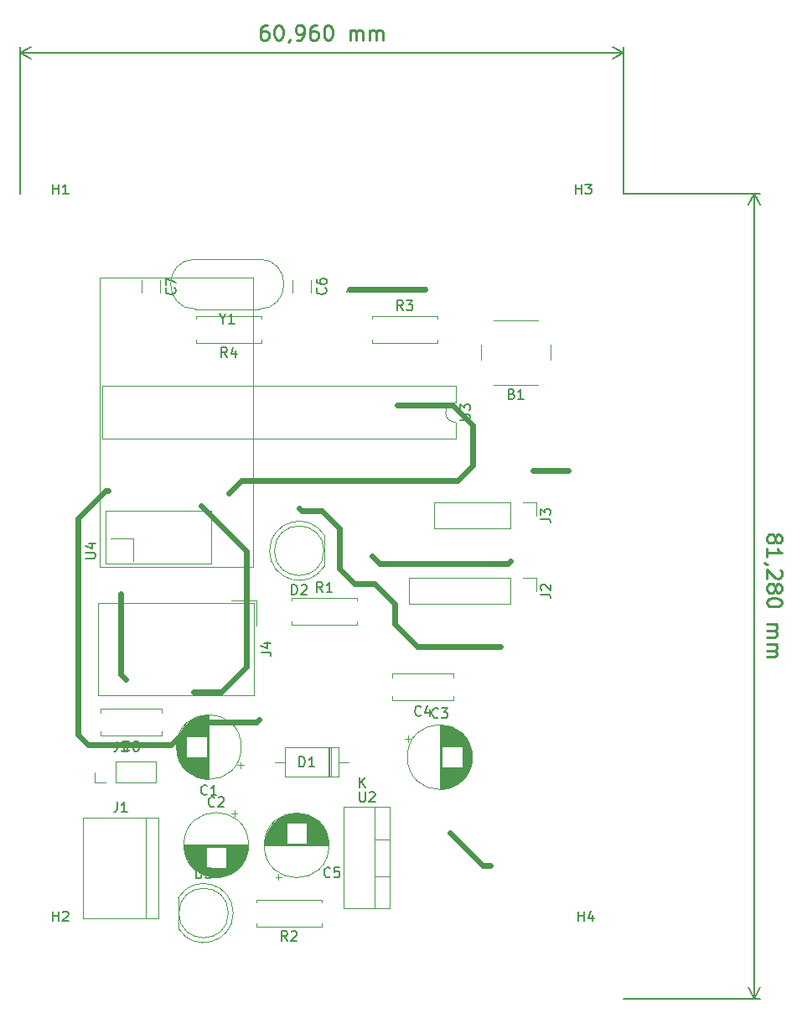
<source format=gbr>
G04 #@! TF.GenerationSoftware,KiCad,Pcbnew,(5.1.5)-3*
G04 #@! TF.CreationDate,2020-04-07T22:10:48+03:00*
G04 #@! TF.ProjectId,Nrf24 Based Car Controller,4e726632-3420-4426-9173-656420436172,v.1.0*
G04 #@! TF.SameCoordinates,Original*
G04 #@! TF.FileFunction,Legend,Top*
G04 #@! TF.FilePolarity,Positive*
%FSLAX46Y46*%
G04 Gerber Fmt 4.6, Leading zero omitted, Abs format (unit mm)*
G04 Created by KiCad (PCBNEW (5.1.5)-3) date 2020-04-07 22:10:48*
%MOMM*%
%LPD*%
G04 APERTURE LIST*
%ADD10C,0.600000*%
%ADD11C,0.200000*%
%ADD12C,0.250000*%
%ADD13C,0.120000*%
%ADD14C,0.150000*%
G04 APERTURE END LIST*
D10*
X147828000Y-85090000D02*
X148590000Y-85090000D01*
X144526000Y-81788000D02*
X147828000Y-85090000D01*
X123952000Y-53340000D02*
X119380000Y-48768000D01*
X123952000Y-65024000D02*
X123952000Y-53340000D01*
X121412000Y-67564000D02*
X123952000Y-65024000D01*
X118618000Y-67564000D02*
X121412000Y-67564000D01*
X111252000Y-65786000D02*
X111760000Y-66294000D01*
X111252000Y-57658000D02*
X111252000Y-65786000D01*
X109728000Y-47244000D02*
X109982000Y-47244000D01*
X106934000Y-50038000D02*
X109728000Y-47244000D01*
X106934000Y-71882000D02*
X106934000Y-50038000D01*
X107950000Y-72898000D02*
X106934000Y-71882000D01*
X116332000Y-72898000D02*
X107950000Y-72898000D01*
X118618000Y-70612000D02*
X116332000Y-72898000D01*
X124968000Y-70612000D02*
X118618000Y-70612000D01*
X125222000Y-70358000D02*
X124968000Y-70612000D01*
X141224000Y-62992000D02*
X149606000Y-62992000D01*
X138938000Y-60706000D02*
X141224000Y-62992000D01*
X138938000Y-58674000D02*
X138938000Y-60706000D01*
X136906000Y-56642000D02*
X138938000Y-58674000D01*
X134874000Y-56642000D02*
X136906000Y-56642000D01*
X133350000Y-55118000D02*
X134874000Y-56642000D01*
X133350000Y-51054000D02*
X133350000Y-55118000D01*
X131572000Y-49276000D02*
X133350000Y-51054000D01*
X131318000Y-49276000D02*
X131572000Y-49276000D01*
X129540000Y-49276000D02*
X131318000Y-49276000D01*
X129286000Y-49022000D02*
X129540000Y-49276000D01*
X137414000Y-54610000D02*
X136652000Y-53848000D01*
X150368000Y-54610000D02*
X137414000Y-54610000D01*
X150622000Y-54356000D02*
X150368000Y-54610000D01*
X152908000Y-45212000D02*
X156464000Y-45212000D01*
X123444000Y-46228000D02*
X122174000Y-47498000D01*
X145288000Y-46228000D02*
X123444000Y-46228000D01*
X146812000Y-44704000D02*
X145288000Y-46228000D01*
X146812000Y-40640000D02*
X146812000Y-44704000D01*
X144780000Y-38608000D02*
X146812000Y-40640000D01*
X139192000Y-38608000D02*
X144780000Y-38608000D01*
D11*
X141986000Y-26924000D02*
X142240000Y-26670000D01*
D10*
X134366000Y-26924000D02*
X141986000Y-26924000D01*
D11*
X134112000Y-27178000D02*
X134366000Y-26924000D01*
D12*
X177388571Y-51983428D02*
X177460000Y-51840571D01*
X177531428Y-51769142D01*
X177674285Y-51697714D01*
X177745714Y-51697714D01*
X177888571Y-51769142D01*
X177960000Y-51840571D01*
X178031428Y-51983428D01*
X178031428Y-52269142D01*
X177960000Y-52412000D01*
X177888571Y-52483428D01*
X177745714Y-52554857D01*
X177674285Y-52554857D01*
X177531428Y-52483428D01*
X177460000Y-52412000D01*
X177388571Y-52269142D01*
X177388571Y-51983428D01*
X177317142Y-51840571D01*
X177245714Y-51769142D01*
X177102857Y-51697714D01*
X176817142Y-51697714D01*
X176674285Y-51769142D01*
X176602857Y-51840571D01*
X176531428Y-51983428D01*
X176531428Y-52269142D01*
X176602857Y-52412000D01*
X176674285Y-52483428D01*
X176817142Y-52554857D01*
X177102857Y-52554857D01*
X177245714Y-52483428D01*
X177317142Y-52412000D01*
X177388571Y-52269142D01*
X176531428Y-53983428D02*
X176531428Y-53126285D01*
X176531428Y-53554857D02*
X178031428Y-53554857D01*
X177817142Y-53412000D01*
X177674285Y-53269142D01*
X177602857Y-53126285D01*
X176602857Y-54697714D02*
X176531428Y-54697714D01*
X176388571Y-54626285D01*
X176317142Y-54554857D01*
X177888571Y-55269142D02*
X177960000Y-55340571D01*
X178031428Y-55483428D01*
X178031428Y-55840571D01*
X177960000Y-55983428D01*
X177888571Y-56054857D01*
X177745714Y-56126285D01*
X177602857Y-56126285D01*
X177388571Y-56054857D01*
X176531428Y-55197714D01*
X176531428Y-56126285D01*
X177388571Y-56983428D02*
X177460000Y-56840571D01*
X177531428Y-56769142D01*
X177674285Y-56697714D01*
X177745714Y-56697714D01*
X177888571Y-56769142D01*
X177960000Y-56840571D01*
X178031428Y-56983428D01*
X178031428Y-57269142D01*
X177960000Y-57412000D01*
X177888571Y-57483428D01*
X177745714Y-57554857D01*
X177674285Y-57554857D01*
X177531428Y-57483428D01*
X177460000Y-57412000D01*
X177388571Y-57269142D01*
X177388571Y-56983428D01*
X177317142Y-56840571D01*
X177245714Y-56769142D01*
X177102857Y-56697714D01*
X176817142Y-56697714D01*
X176674285Y-56769142D01*
X176602857Y-56840571D01*
X176531428Y-56983428D01*
X176531428Y-57269142D01*
X176602857Y-57412000D01*
X176674285Y-57483428D01*
X176817142Y-57554857D01*
X177102857Y-57554857D01*
X177245714Y-57483428D01*
X177317142Y-57412000D01*
X177388571Y-57269142D01*
X178031428Y-58483428D02*
X178031428Y-58626285D01*
X177960000Y-58769142D01*
X177888571Y-58840571D01*
X177745714Y-58912000D01*
X177460000Y-58983428D01*
X177102857Y-58983428D01*
X176817142Y-58912000D01*
X176674285Y-58840571D01*
X176602857Y-58769142D01*
X176531428Y-58626285D01*
X176531428Y-58483428D01*
X176602857Y-58340571D01*
X176674285Y-58269142D01*
X176817142Y-58197714D01*
X177102857Y-58126285D01*
X177460000Y-58126285D01*
X177745714Y-58197714D01*
X177888571Y-58269142D01*
X177960000Y-58340571D01*
X178031428Y-58483428D01*
X176531428Y-60769142D02*
X177531428Y-60769142D01*
X177388571Y-60769142D02*
X177460000Y-60840571D01*
X177531428Y-60983428D01*
X177531428Y-61197714D01*
X177460000Y-61340571D01*
X177317142Y-61412000D01*
X176531428Y-61412000D01*
X177317142Y-61412000D02*
X177460000Y-61483428D01*
X177531428Y-61626285D01*
X177531428Y-61840571D01*
X177460000Y-61983428D01*
X177317142Y-62054857D01*
X176531428Y-62054857D01*
X176531428Y-62769142D02*
X177531428Y-62769142D01*
X177388571Y-62769142D02*
X177460000Y-62840571D01*
X177531428Y-62983428D01*
X177531428Y-63197714D01*
X177460000Y-63340571D01*
X177317142Y-63412000D01*
X176531428Y-63412000D01*
X177317142Y-63412000D02*
X177460000Y-63483428D01*
X177531428Y-63626285D01*
X177531428Y-63840571D01*
X177460000Y-63983428D01*
X177317142Y-64054857D01*
X176531428Y-64054857D01*
D11*
X175260000Y-17272000D02*
X175260000Y-98552000D01*
X162052000Y-17272000D02*
X175846421Y-17272000D01*
X162052000Y-98552000D02*
X175846421Y-98552000D01*
X175260000Y-98552000D02*
X174673579Y-97425496D01*
X175260000Y-98552000D02*
X175846421Y-97425496D01*
X175260000Y-17272000D02*
X174673579Y-18398504D01*
X175260000Y-17272000D02*
X175846421Y-18398504D01*
D12*
X126072000Y-276571D02*
X125786285Y-276571D01*
X125643428Y-348000D01*
X125572000Y-419428D01*
X125429142Y-633714D01*
X125357714Y-919428D01*
X125357714Y-1490857D01*
X125429142Y-1633714D01*
X125500571Y-1705142D01*
X125643428Y-1776571D01*
X125929142Y-1776571D01*
X126072000Y-1705142D01*
X126143428Y-1633714D01*
X126214857Y-1490857D01*
X126214857Y-1133714D01*
X126143428Y-990857D01*
X126072000Y-919428D01*
X125929142Y-848000D01*
X125643428Y-848000D01*
X125500571Y-919428D01*
X125429142Y-990857D01*
X125357714Y-1133714D01*
X127143428Y-276571D02*
X127286285Y-276571D01*
X127429142Y-348000D01*
X127500571Y-419428D01*
X127572000Y-562285D01*
X127643428Y-848000D01*
X127643428Y-1205142D01*
X127572000Y-1490857D01*
X127500571Y-1633714D01*
X127429142Y-1705142D01*
X127286285Y-1776571D01*
X127143428Y-1776571D01*
X127000571Y-1705142D01*
X126929142Y-1633714D01*
X126857714Y-1490857D01*
X126786285Y-1205142D01*
X126786285Y-848000D01*
X126857714Y-562285D01*
X126929142Y-419428D01*
X127000571Y-348000D01*
X127143428Y-276571D01*
X128357714Y-1705142D02*
X128357714Y-1776571D01*
X128286285Y-1919428D01*
X128214857Y-1990857D01*
X129072000Y-1776571D02*
X129357714Y-1776571D01*
X129500571Y-1705142D01*
X129572000Y-1633714D01*
X129714857Y-1419428D01*
X129786285Y-1133714D01*
X129786285Y-562285D01*
X129714857Y-419428D01*
X129643428Y-348000D01*
X129500571Y-276571D01*
X129214857Y-276571D01*
X129072000Y-348000D01*
X129000571Y-419428D01*
X128929142Y-562285D01*
X128929142Y-919428D01*
X129000571Y-1062285D01*
X129072000Y-1133714D01*
X129214857Y-1205142D01*
X129500571Y-1205142D01*
X129643428Y-1133714D01*
X129714857Y-1062285D01*
X129786285Y-919428D01*
X131072000Y-276571D02*
X130786285Y-276571D01*
X130643428Y-348000D01*
X130572000Y-419428D01*
X130429142Y-633714D01*
X130357714Y-919428D01*
X130357714Y-1490857D01*
X130429142Y-1633714D01*
X130500571Y-1705142D01*
X130643428Y-1776571D01*
X130929142Y-1776571D01*
X131072000Y-1705142D01*
X131143428Y-1633714D01*
X131214857Y-1490857D01*
X131214857Y-1133714D01*
X131143428Y-990857D01*
X131072000Y-919428D01*
X130929142Y-848000D01*
X130643428Y-848000D01*
X130500571Y-919428D01*
X130429142Y-990857D01*
X130357714Y-1133714D01*
X132143428Y-276571D02*
X132286285Y-276571D01*
X132429142Y-348000D01*
X132500571Y-419428D01*
X132572000Y-562285D01*
X132643428Y-848000D01*
X132643428Y-1205142D01*
X132572000Y-1490857D01*
X132500571Y-1633714D01*
X132429142Y-1705142D01*
X132286285Y-1776571D01*
X132143428Y-1776571D01*
X132000571Y-1705142D01*
X131929142Y-1633714D01*
X131857714Y-1490857D01*
X131786285Y-1205142D01*
X131786285Y-848000D01*
X131857714Y-562285D01*
X131929142Y-419428D01*
X132000571Y-348000D01*
X132143428Y-276571D01*
X134429142Y-1776571D02*
X134429142Y-776571D01*
X134429142Y-919428D02*
X134500571Y-848000D01*
X134643428Y-776571D01*
X134857714Y-776571D01*
X135000571Y-848000D01*
X135072000Y-990857D01*
X135072000Y-1776571D01*
X135072000Y-990857D02*
X135143428Y-848000D01*
X135286285Y-776571D01*
X135500571Y-776571D01*
X135643428Y-848000D01*
X135714857Y-990857D01*
X135714857Y-1776571D01*
X136429142Y-1776571D02*
X136429142Y-776571D01*
X136429142Y-919428D02*
X136500571Y-848000D01*
X136643428Y-776571D01*
X136857714Y-776571D01*
X137000571Y-848000D01*
X137072000Y-990857D01*
X137072000Y-1776571D01*
X137072000Y-990857D02*
X137143428Y-848000D01*
X137286285Y-776571D01*
X137500571Y-776571D01*
X137643428Y-848000D01*
X137714857Y-990857D01*
X137714857Y-1776571D01*
D11*
X101092000Y-3048000D02*
X162052000Y-3048000D01*
X101092000Y-17272000D02*
X101092000Y-2461579D01*
X162052000Y-17272000D02*
X162052000Y-2461579D01*
X162052000Y-3048000D02*
X160925496Y-3634421D01*
X162052000Y-3048000D02*
X160925496Y-2461579D01*
X101092000Y-3048000D02*
X102218504Y-3634421D01*
X101092000Y-3048000D02*
X102218504Y-2461579D01*
D13*
X108668000Y-76752000D02*
X108668000Y-75692000D01*
X109728000Y-76752000D02*
X108668000Y-76752000D01*
X110728000Y-76752000D02*
X110728000Y-74632000D01*
X110728000Y-74632000D02*
X114788000Y-74632000D01*
X110728000Y-76752000D02*
X114788000Y-76752000D01*
X114788000Y-76752000D02*
X114788000Y-74632000D01*
X153432000Y-30060000D02*
X148932000Y-30060000D01*
X154682000Y-34060000D02*
X154682000Y-32560000D01*
X148932000Y-36560000D02*
X153432000Y-36560000D01*
X147682000Y-32560000D02*
X147682000Y-34060000D01*
X123347241Y-75306000D02*
X123347241Y-74676000D01*
X123662241Y-74991000D02*
X123032241Y-74991000D01*
X116921000Y-73554000D02*
X116921000Y-72750000D01*
X116961000Y-73785000D02*
X116961000Y-72519000D01*
X117001000Y-73954000D02*
X117001000Y-72350000D01*
X117041000Y-74092000D02*
X117041000Y-72212000D01*
X117081000Y-74211000D02*
X117081000Y-72093000D01*
X117121000Y-74317000D02*
X117121000Y-71987000D01*
X117161000Y-74414000D02*
X117161000Y-71890000D01*
X117201000Y-74502000D02*
X117201000Y-71802000D01*
X117241000Y-74584000D02*
X117241000Y-71720000D01*
X117281000Y-74661000D02*
X117281000Y-71643000D01*
X117321000Y-74733000D02*
X117321000Y-71571000D01*
X117361000Y-74802000D02*
X117361000Y-71502000D01*
X117401000Y-74866000D02*
X117401000Y-71438000D01*
X117441000Y-74928000D02*
X117441000Y-71376000D01*
X117481000Y-74986000D02*
X117481000Y-71318000D01*
X117521000Y-75042000D02*
X117521000Y-71262000D01*
X117561000Y-75096000D02*
X117561000Y-71208000D01*
X117601000Y-75147000D02*
X117601000Y-71157000D01*
X117641000Y-75196000D02*
X117641000Y-71108000D01*
X117681000Y-75244000D02*
X117681000Y-71060000D01*
X117721000Y-75289000D02*
X117721000Y-71015000D01*
X117761000Y-75334000D02*
X117761000Y-70970000D01*
X117801000Y-75376000D02*
X117801000Y-70928000D01*
X117841000Y-75417000D02*
X117841000Y-70887000D01*
X117881000Y-72112000D02*
X117881000Y-70847000D01*
X117881000Y-75457000D02*
X117881000Y-74192000D01*
X117921000Y-72112000D02*
X117921000Y-70809000D01*
X117921000Y-75495000D02*
X117921000Y-74192000D01*
X117961000Y-72112000D02*
X117961000Y-70772000D01*
X117961000Y-75532000D02*
X117961000Y-74192000D01*
X118001000Y-72112000D02*
X118001000Y-70736000D01*
X118001000Y-75568000D02*
X118001000Y-74192000D01*
X118041000Y-72112000D02*
X118041000Y-70702000D01*
X118041000Y-75602000D02*
X118041000Y-74192000D01*
X118081000Y-72112000D02*
X118081000Y-70668000D01*
X118081000Y-75636000D02*
X118081000Y-74192000D01*
X118121000Y-72112000D02*
X118121000Y-70636000D01*
X118121000Y-75668000D02*
X118121000Y-74192000D01*
X118161000Y-72112000D02*
X118161000Y-70604000D01*
X118161000Y-75700000D02*
X118161000Y-74192000D01*
X118201000Y-72112000D02*
X118201000Y-70574000D01*
X118201000Y-75730000D02*
X118201000Y-74192000D01*
X118241000Y-72112000D02*
X118241000Y-70545000D01*
X118241000Y-75759000D02*
X118241000Y-74192000D01*
X118281000Y-72112000D02*
X118281000Y-70516000D01*
X118281000Y-75788000D02*
X118281000Y-74192000D01*
X118321000Y-72112000D02*
X118321000Y-70488000D01*
X118321000Y-75816000D02*
X118321000Y-74192000D01*
X118361000Y-72112000D02*
X118361000Y-70462000D01*
X118361000Y-75842000D02*
X118361000Y-74192000D01*
X118401000Y-72112000D02*
X118401000Y-70436000D01*
X118401000Y-75868000D02*
X118401000Y-74192000D01*
X118441000Y-72112000D02*
X118441000Y-70410000D01*
X118441000Y-75894000D02*
X118441000Y-74192000D01*
X118481000Y-72112000D02*
X118481000Y-70386000D01*
X118481000Y-75918000D02*
X118481000Y-74192000D01*
X118521000Y-72112000D02*
X118521000Y-70362000D01*
X118521000Y-75942000D02*
X118521000Y-74192000D01*
X118561000Y-72112000D02*
X118561000Y-70340000D01*
X118561000Y-75964000D02*
X118561000Y-74192000D01*
X118601000Y-72112000D02*
X118601000Y-70318000D01*
X118601000Y-75986000D02*
X118601000Y-74192000D01*
X118641000Y-72112000D02*
X118641000Y-70296000D01*
X118641000Y-76008000D02*
X118641000Y-74192000D01*
X118681000Y-72112000D02*
X118681000Y-70276000D01*
X118681000Y-76028000D02*
X118681000Y-74192000D01*
X118721000Y-72112000D02*
X118721000Y-70256000D01*
X118721000Y-76048000D02*
X118721000Y-74192000D01*
X118761000Y-72112000D02*
X118761000Y-70236000D01*
X118761000Y-76068000D02*
X118761000Y-74192000D01*
X118801000Y-72112000D02*
X118801000Y-70218000D01*
X118801000Y-76086000D02*
X118801000Y-74192000D01*
X118841000Y-72112000D02*
X118841000Y-70200000D01*
X118841000Y-76104000D02*
X118841000Y-74192000D01*
X118881000Y-72112000D02*
X118881000Y-70182000D01*
X118881000Y-76122000D02*
X118881000Y-74192000D01*
X118921000Y-72112000D02*
X118921000Y-70166000D01*
X118921000Y-76138000D02*
X118921000Y-74192000D01*
X118961000Y-72112000D02*
X118961000Y-70150000D01*
X118961000Y-76154000D02*
X118961000Y-74192000D01*
X119001000Y-72112000D02*
X119001000Y-70134000D01*
X119001000Y-76170000D02*
X119001000Y-74192000D01*
X119041000Y-72112000D02*
X119041000Y-70119000D01*
X119041000Y-76185000D02*
X119041000Y-74192000D01*
X119081000Y-72112000D02*
X119081000Y-70105000D01*
X119081000Y-76199000D02*
X119081000Y-74192000D01*
X119121000Y-72112000D02*
X119121000Y-70091000D01*
X119121000Y-76213000D02*
X119121000Y-74192000D01*
X119161000Y-72112000D02*
X119161000Y-70078000D01*
X119161000Y-76226000D02*
X119161000Y-74192000D01*
X119201000Y-72112000D02*
X119201000Y-70066000D01*
X119201000Y-76238000D02*
X119201000Y-74192000D01*
X119241000Y-72112000D02*
X119241000Y-70054000D01*
X119241000Y-76250000D02*
X119241000Y-74192000D01*
X119281000Y-72112000D02*
X119281000Y-70042000D01*
X119281000Y-76262000D02*
X119281000Y-74192000D01*
X119321000Y-72112000D02*
X119321000Y-70031000D01*
X119321000Y-76273000D02*
X119321000Y-74192000D01*
X119361000Y-72112000D02*
X119361000Y-70021000D01*
X119361000Y-76283000D02*
X119361000Y-74192000D01*
X119401000Y-72112000D02*
X119401000Y-70011000D01*
X119401000Y-76293000D02*
X119401000Y-74192000D01*
X119441000Y-72112000D02*
X119441000Y-70002000D01*
X119441000Y-76302000D02*
X119441000Y-74192000D01*
X119482000Y-72112000D02*
X119482000Y-69993000D01*
X119482000Y-76311000D02*
X119482000Y-74192000D01*
X119522000Y-72112000D02*
X119522000Y-69985000D01*
X119522000Y-76319000D02*
X119522000Y-74192000D01*
X119562000Y-72112000D02*
X119562000Y-69977000D01*
X119562000Y-76327000D02*
X119562000Y-74192000D01*
X119602000Y-72112000D02*
X119602000Y-69970000D01*
X119602000Y-76334000D02*
X119602000Y-74192000D01*
X119642000Y-72112000D02*
X119642000Y-69963000D01*
X119642000Y-76341000D02*
X119642000Y-74192000D01*
X119682000Y-72112000D02*
X119682000Y-69957000D01*
X119682000Y-76347000D02*
X119682000Y-74192000D01*
X119722000Y-72112000D02*
X119722000Y-69951000D01*
X119722000Y-76353000D02*
X119722000Y-74192000D01*
X119762000Y-72112000D02*
X119762000Y-69946000D01*
X119762000Y-76358000D02*
X119762000Y-74192000D01*
X119802000Y-72112000D02*
X119802000Y-69941000D01*
X119802000Y-76363000D02*
X119802000Y-74192000D01*
X119842000Y-72112000D02*
X119842000Y-69937000D01*
X119842000Y-76367000D02*
X119842000Y-74192000D01*
X119882000Y-72112000D02*
X119882000Y-69934000D01*
X119882000Y-76370000D02*
X119882000Y-74192000D01*
X119922000Y-72112000D02*
X119922000Y-69930000D01*
X119922000Y-76374000D02*
X119922000Y-74192000D01*
X119962000Y-76376000D02*
X119962000Y-69928000D01*
X120002000Y-76379000D02*
X120002000Y-69925000D01*
X120042000Y-76380000D02*
X120042000Y-69924000D01*
X120082000Y-76382000D02*
X120082000Y-69922000D01*
X120122000Y-76382000D02*
X120122000Y-69922000D01*
X120162000Y-76382000D02*
X120162000Y-69922000D01*
X123432000Y-73152000D02*
G75*
G03X123432000Y-73152000I-3270000J0D01*
G01*
X124174000Y-83038000D02*
G75*
G03X124174000Y-83038000I-3270000J0D01*
G01*
X124134000Y-83038000D02*
X117674000Y-83038000D01*
X124134000Y-83078000D02*
X117674000Y-83078000D01*
X124134000Y-83118000D02*
X117674000Y-83118000D01*
X124132000Y-83158000D02*
X117676000Y-83158000D01*
X124131000Y-83198000D02*
X117677000Y-83198000D01*
X124128000Y-83238000D02*
X117680000Y-83238000D01*
X124126000Y-83278000D02*
X121944000Y-83278000D01*
X119864000Y-83278000D02*
X117682000Y-83278000D01*
X124122000Y-83318000D02*
X121944000Y-83318000D01*
X119864000Y-83318000D02*
X117686000Y-83318000D01*
X124119000Y-83358000D02*
X121944000Y-83358000D01*
X119864000Y-83358000D02*
X117689000Y-83358000D01*
X124115000Y-83398000D02*
X121944000Y-83398000D01*
X119864000Y-83398000D02*
X117693000Y-83398000D01*
X124110000Y-83438000D02*
X121944000Y-83438000D01*
X119864000Y-83438000D02*
X117698000Y-83438000D01*
X124105000Y-83478000D02*
X121944000Y-83478000D01*
X119864000Y-83478000D02*
X117703000Y-83478000D01*
X124099000Y-83518000D02*
X121944000Y-83518000D01*
X119864000Y-83518000D02*
X117709000Y-83518000D01*
X124093000Y-83558000D02*
X121944000Y-83558000D01*
X119864000Y-83558000D02*
X117715000Y-83558000D01*
X124086000Y-83598000D02*
X121944000Y-83598000D01*
X119864000Y-83598000D02*
X117722000Y-83598000D01*
X124079000Y-83638000D02*
X121944000Y-83638000D01*
X119864000Y-83638000D02*
X117729000Y-83638000D01*
X124071000Y-83678000D02*
X121944000Y-83678000D01*
X119864000Y-83678000D02*
X117737000Y-83678000D01*
X124063000Y-83718000D02*
X121944000Y-83718000D01*
X119864000Y-83718000D02*
X117745000Y-83718000D01*
X124054000Y-83759000D02*
X121944000Y-83759000D01*
X119864000Y-83759000D02*
X117754000Y-83759000D01*
X124045000Y-83799000D02*
X121944000Y-83799000D01*
X119864000Y-83799000D02*
X117763000Y-83799000D01*
X124035000Y-83839000D02*
X121944000Y-83839000D01*
X119864000Y-83839000D02*
X117773000Y-83839000D01*
X124025000Y-83879000D02*
X121944000Y-83879000D01*
X119864000Y-83879000D02*
X117783000Y-83879000D01*
X124014000Y-83919000D02*
X121944000Y-83919000D01*
X119864000Y-83919000D02*
X117794000Y-83919000D01*
X124002000Y-83959000D02*
X121944000Y-83959000D01*
X119864000Y-83959000D02*
X117806000Y-83959000D01*
X123990000Y-83999000D02*
X121944000Y-83999000D01*
X119864000Y-83999000D02*
X117818000Y-83999000D01*
X123978000Y-84039000D02*
X121944000Y-84039000D01*
X119864000Y-84039000D02*
X117830000Y-84039000D01*
X123965000Y-84079000D02*
X121944000Y-84079000D01*
X119864000Y-84079000D02*
X117843000Y-84079000D01*
X123951000Y-84119000D02*
X121944000Y-84119000D01*
X119864000Y-84119000D02*
X117857000Y-84119000D01*
X123937000Y-84159000D02*
X121944000Y-84159000D01*
X119864000Y-84159000D02*
X117871000Y-84159000D01*
X123922000Y-84199000D02*
X121944000Y-84199000D01*
X119864000Y-84199000D02*
X117886000Y-84199000D01*
X123906000Y-84239000D02*
X121944000Y-84239000D01*
X119864000Y-84239000D02*
X117902000Y-84239000D01*
X123890000Y-84279000D02*
X121944000Y-84279000D01*
X119864000Y-84279000D02*
X117918000Y-84279000D01*
X123874000Y-84319000D02*
X121944000Y-84319000D01*
X119864000Y-84319000D02*
X117934000Y-84319000D01*
X123856000Y-84359000D02*
X121944000Y-84359000D01*
X119864000Y-84359000D02*
X117952000Y-84359000D01*
X123838000Y-84399000D02*
X121944000Y-84399000D01*
X119864000Y-84399000D02*
X117970000Y-84399000D01*
X123820000Y-84439000D02*
X121944000Y-84439000D01*
X119864000Y-84439000D02*
X117988000Y-84439000D01*
X123800000Y-84479000D02*
X121944000Y-84479000D01*
X119864000Y-84479000D02*
X118008000Y-84479000D01*
X123780000Y-84519000D02*
X121944000Y-84519000D01*
X119864000Y-84519000D02*
X118028000Y-84519000D01*
X123760000Y-84559000D02*
X121944000Y-84559000D01*
X119864000Y-84559000D02*
X118048000Y-84559000D01*
X123738000Y-84599000D02*
X121944000Y-84599000D01*
X119864000Y-84599000D02*
X118070000Y-84599000D01*
X123716000Y-84639000D02*
X121944000Y-84639000D01*
X119864000Y-84639000D02*
X118092000Y-84639000D01*
X123694000Y-84679000D02*
X121944000Y-84679000D01*
X119864000Y-84679000D02*
X118114000Y-84679000D01*
X123670000Y-84719000D02*
X121944000Y-84719000D01*
X119864000Y-84719000D02*
X118138000Y-84719000D01*
X123646000Y-84759000D02*
X121944000Y-84759000D01*
X119864000Y-84759000D02*
X118162000Y-84759000D01*
X123620000Y-84799000D02*
X121944000Y-84799000D01*
X119864000Y-84799000D02*
X118188000Y-84799000D01*
X123594000Y-84839000D02*
X121944000Y-84839000D01*
X119864000Y-84839000D02*
X118214000Y-84839000D01*
X123568000Y-84879000D02*
X121944000Y-84879000D01*
X119864000Y-84879000D02*
X118240000Y-84879000D01*
X123540000Y-84919000D02*
X121944000Y-84919000D01*
X119864000Y-84919000D02*
X118268000Y-84919000D01*
X123511000Y-84959000D02*
X121944000Y-84959000D01*
X119864000Y-84959000D02*
X118297000Y-84959000D01*
X123482000Y-84999000D02*
X121944000Y-84999000D01*
X119864000Y-84999000D02*
X118326000Y-84999000D01*
X123452000Y-85039000D02*
X121944000Y-85039000D01*
X119864000Y-85039000D02*
X118356000Y-85039000D01*
X123420000Y-85079000D02*
X121944000Y-85079000D01*
X119864000Y-85079000D02*
X118388000Y-85079000D01*
X123388000Y-85119000D02*
X121944000Y-85119000D01*
X119864000Y-85119000D02*
X118420000Y-85119000D01*
X123354000Y-85159000D02*
X121944000Y-85159000D01*
X119864000Y-85159000D02*
X118454000Y-85159000D01*
X123320000Y-85199000D02*
X121944000Y-85199000D01*
X119864000Y-85199000D02*
X118488000Y-85199000D01*
X123284000Y-85239000D02*
X121944000Y-85239000D01*
X119864000Y-85239000D02*
X118524000Y-85239000D01*
X123247000Y-85279000D02*
X121944000Y-85279000D01*
X119864000Y-85279000D02*
X118561000Y-85279000D01*
X123209000Y-85319000D02*
X121944000Y-85319000D01*
X119864000Y-85319000D02*
X118599000Y-85319000D01*
X123169000Y-85359000D02*
X118639000Y-85359000D01*
X123128000Y-85399000D02*
X118680000Y-85399000D01*
X123086000Y-85439000D02*
X118722000Y-85439000D01*
X123041000Y-85479000D02*
X118767000Y-85479000D01*
X122996000Y-85519000D02*
X118812000Y-85519000D01*
X122948000Y-85559000D02*
X118860000Y-85559000D01*
X122899000Y-85599000D02*
X118909000Y-85599000D01*
X122848000Y-85639000D02*
X118960000Y-85639000D01*
X122794000Y-85679000D02*
X119014000Y-85679000D01*
X122738000Y-85719000D02*
X119070000Y-85719000D01*
X122680000Y-85759000D02*
X119128000Y-85759000D01*
X122618000Y-85799000D02*
X119190000Y-85799000D01*
X122554000Y-85839000D02*
X119254000Y-85839000D01*
X122485000Y-85879000D02*
X119323000Y-85879000D01*
X122413000Y-85919000D02*
X119395000Y-85919000D01*
X122336000Y-85959000D02*
X119472000Y-85959000D01*
X122254000Y-85999000D02*
X119554000Y-85999000D01*
X122166000Y-86039000D02*
X119642000Y-86039000D01*
X122069000Y-86079000D02*
X119739000Y-86079000D01*
X121963000Y-86119000D02*
X119845000Y-86119000D01*
X121844000Y-86159000D02*
X119964000Y-86159000D01*
X121706000Y-86199000D02*
X120102000Y-86199000D01*
X121537000Y-86239000D02*
X120271000Y-86239000D01*
X121306000Y-86279000D02*
X120502000Y-86279000D01*
X122743000Y-79537759D02*
X122743000Y-80167759D01*
X123058000Y-79852759D02*
X122428000Y-79852759D01*
X140304759Y-72014000D02*
X140304759Y-72644000D01*
X139989759Y-72329000D02*
X140619759Y-72329000D01*
X146731000Y-73766000D02*
X146731000Y-74570000D01*
X146691000Y-73535000D02*
X146691000Y-74801000D01*
X146651000Y-73366000D02*
X146651000Y-74970000D01*
X146611000Y-73228000D02*
X146611000Y-75108000D01*
X146571000Y-73109000D02*
X146571000Y-75227000D01*
X146531000Y-73003000D02*
X146531000Y-75333000D01*
X146491000Y-72906000D02*
X146491000Y-75430000D01*
X146451000Y-72818000D02*
X146451000Y-75518000D01*
X146411000Y-72736000D02*
X146411000Y-75600000D01*
X146371000Y-72659000D02*
X146371000Y-75677000D01*
X146331000Y-72587000D02*
X146331000Y-75749000D01*
X146291000Y-72518000D02*
X146291000Y-75818000D01*
X146251000Y-72454000D02*
X146251000Y-75882000D01*
X146211000Y-72392000D02*
X146211000Y-75944000D01*
X146171000Y-72334000D02*
X146171000Y-76002000D01*
X146131000Y-72278000D02*
X146131000Y-76058000D01*
X146091000Y-72224000D02*
X146091000Y-76112000D01*
X146051000Y-72173000D02*
X146051000Y-76163000D01*
X146011000Y-72124000D02*
X146011000Y-76212000D01*
X145971000Y-72076000D02*
X145971000Y-76260000D01*
X145931000Y-72031000D02*
X145931000Y-76305000D01*
X145891000Y-71986000D02*
X145891000Y-76350000D01*
X145851000Y-71944000D02*
X145851000Y-76392000D01*
X145811000Y-71903000D02*
X145811000Y-76433000D01*
X145771000Y-75208000D02*
X145771000Y-76473000D01*
X145771000Y-71863000D02*
X145771000Y-73128000D01*
X145731000Y-75208000D02*
X145731000Y-76511000D01*
X145731000Y-71825000D02*
X145731000Y-73128000D01*
X145691000Y-75208000D02*
X145691000Y-76548000D01*
X145691000Y-71788000D02*
X145691000Y-73128000D01*
X145651000Y-75208000D02*
X145651000Y-76584000D01*
X145651000Y-71752000D02*
X145651000Y-73128000D01*
X145611000Y-75208000D02*
X145611000Y-76618000D01*
X145611000Y-71718000D02*
X145611000Y-73128000D01*
X145571000Y-75208000D02*
X145571000Y-76652000D01*
X145571000Y-71684000D02*
X145571000Y-73128000D01*
X145531000Y-75208000D02*
X145531000Y-76684000D01*
X145531000Y-71652000D02*
X145531000Y-73128000D01*
X145491000Y-75208000D02*
X145491000Y-76716000D01*
X145491000Y-71620000D02*
X145491000Y-73128000D01*
X145451000Y-75208000D02*
X145451000Y-76746000D01*
X145451000Y-71590000D02*
X145451000Y-73128000D01*
X145411000Y-75208000D02*
X145411000Y-76775000D01*
X145411000Y-71561000D02*
X145411000Y-73128000D01*
X145371000Y-75208000D02*
X145371000Y-76804000D01*
X145371000Y-71532000D02*
X145371000Y-73128000D01*
X145331000Y-75208000D02*
X145331000Y-76832000D01*
X145331000Y-71504000D02*
X145331000Y-73128000D01*
X145291000Y-75208000D02*
X145291000Y-76858000D01*
X145291000Y-71478000D02*
X145291000Y-73128000D01*
X145251000Y-75208000D02*
X145251000Y-76884000D01*
X145251000Y-71452000D02*
X145251000Y-73128000D01*
X145211000Y-75208000D02*
X145211000Y-76910000D01*
X145211000Y-71426000D02*
X145211000Y-73128000D01*
X145171000Y-75208000D02*
X145171000Y-76934000D01*
X145171000Y-71402000D02*
X145171000Y-73128000D01*
X145131000Y-75208000D02*
X145131000Y-76958000D01*
X145131000Y-71378000D02*
X145131000Y-73128000D01*
X145091000Y-75208000D02*
X145091000Y-76980000D01*
X145091000Y-71356000D02*
X145091000Y-73128000D01*
X145051000Y-75208000D02*
X145051000Y-77002000D01*
X145051000Y-71334000D02*
X145051000Y-73128000D01*
X145011000Y-75208000D02*
X145011000Y-77024000D01*
X145011000Y-71312000D02*
X145011000Y-73128000D01*
X144971000Y-75208000D02*
X144971000Y-77044000D01*
X144971000Y-71292000D02*
X144971000Y-73128000D01*
X144931000Y-75208000D02*
X144931000Y-77064000D01*
X144931000Y-71272000D02*
X144931000Y-73128000D01*
X144891000Y-75208000D02*
X144891000Y-77084000D01*
X144891000Y-71252000D02*
X144891000Y-73128000D01*
X144851000Y-75208000D02*
X144851000Y-77102000D01*
X144851000Y-71234000D02*
X144851000Y-73128000D01*
X144811000Y-75208000D02*
X144811000Y-77120000D01*
X144811000Y-71216000D02*
X144811000Y-73128000D01*
X144771000Y-75208000D02*
X144771000Y-77138000D01*
X144771000Y-71198000D02*
X144771000Y-73128000D01*
X144731000Y-75208000D02*
X144731000Y-77154000D01*
X144731000Y-71182000D02*
X144731000Y-73128000D01*
X144691000Y-75208000D02*
X144691000Y-77170000D01*
X144691000Y-71166000D02*
X144691000Y-73128000D01*
X144651000Y-75208000D02*
X144651000Y-77186000D01*
X144651000Y-71150000D02*
X144651000Y-73128000D01*
X144611000Y-75208000D02*
X144611000Y-77201000D01*
X144611000Y-71135000D02*
X144611000Y-73128000D01*
X144571000Y-75208000D02*
X144571000Y-77215000D01*
X144571000Y-71121000D02*
X144571000Y-73128000D01*
X144531000Y-75208000D02*
X144531000Y-77229000D01*
X144531000Y-71107000D02*
X144531000Y-73128000D01*
X144491000Y-75208000D02*
X144491000Y-77242000D01*
X144491000Y-71094000D02*
X144491000Y-73128000D01*
X144451000Y-75208000D02*
X144451000Y-77254000D01*
X144451000Y-71082000D02*
X144451000Y-73128000D01*
X144411000Y-75208000D02*
X144411000Y-77266000D01*
X144411000Y-71070000D02*
X144411000Y-73128000D01*
X144371000Y-75208000D02*
X144371000Y-77278000D01*
X144371000Y-71058000D02*
X144371000Y-73128000D01*
X144331000Y-75208000D02*
X144331000Y-77289000D01*
X144331000Y-71047000D02*
X144331000Y-73128000D01*
X144291000Y-75208000D02*
X144291000Y-77299000D01*
X144291000Y-71037000D02*
X144291000Y-73128000D01*
X144251000Y-75208000D02*
X144251000Y-77309000D01*
X144251000Y-71027000D02*
X144251000Y-73128000D01*
X144211000Y-75208000D02*
X144211000Y-77318000D01*
X144211000Y-71018000D02*
X144211000Y-73128000D01*
X144170000Y-75208000D02*
X144170000Y-77327000D01*
X144170000Y-71009000D02*
X144170000Y-73128000D01*
X144130000Y-75208000D02*
X144130000Y-77335000D01*
X144130000Y-71001000D02*
X144130000Y-73128000D01*
X144090000Y-75208000D02*
X144090000Y-77343000D01*
X144090000Y-70993000D02*
X144090000Y-73128000D01*
X144050000Y-75208000D02*
X144050000Y-77350000D01*
X144050000Y-70986000D02*
X144050000Y-73128000D01*
X144010000Y-75208000D02*
X144010000Y-77357000D01*
X144010000Y-70979000D02*
X144010000Y-73128000D01*
X143970000Y-75208000D02*
X143970000Y-77363000D01*
X143970000Y-70973000D02*
X143970000Y-73128000D01*
X143930000Y-75208000D02*
X143930000Y-77369000D01*
X143930000Y-70967000D02*
X143930000Y-73128000D01*
X143890000Y-75208000D02*
X143890000Y-77374000D01*
X143890000Y-70962000D02*
X143890000Y-73128000D01*
X143850000Y-75208000D02*
X143850000Y-77379000D01*
X143850000Y-70957000D02*
X143850000Y-73128000D01*
X143810000Y-75208000D02*
X143810000Y-77383000D01*
X143810000Y-70953000D02*
X143810000Y-73128000D01*
X143770000Y-75208000D02*
X143770000Y-77386000D01*
X143770000Y-70950000D02*
X143770000Y-73128000D01*
X143730000Y-75208000D02*
X143730000Y-77390000D01*
X143730000Y-70946000D02*
X143730000Y-73128000D01*
X143690000Y-70944000D02*
X143690000Y-77392000D01*
X143650000Y-70941000D02*
X143650000Y-77395000D01*
X143610000Y-70940000D02*
X143610000Y-77396000D01*
X143570000Y-70938000D02*
X143570000Y-77398000D01*
X143530000Y-70938000D02*
X143530000Y-77398000D01*
X143490000Y-70938000D02*
X143490000Y-77398000D01*
X146760000Y-74168000D02*
G75*
G03X146760000Y-74168000I-3270000J0D01*
G01*
X144892000Y-68426000D02*
X138652000Y-68426000D01*
X144892000Y-65686000D02*
X138652000Y-65686000D01*
X144892000Y-68426000D02*
X144892000Y-67981000D01*
X144892000Y-66131000D02*
X144892000Y-65686000D01*
X138652000Y-68426000D02*
X138652000Y-67981000D01*
X138652000Y-66131000D02*
X138652000Y-65686000D01*
X132302000Y-83078000D02*
G75*
G03X132302000Y-83078000I-3270000J0D01*
G01*
X125802000Y-83078000D02*
X132262000Y-83078000D01*
X125802000Y-83038000D02*
X132262000Y-83038000D01*
X125802000Y-82998000D02*
X132262000Y-82998000D01*
X125804000Y-82958000D02*
X132260000Y-82958000D01*
X125805000Y-82918000D02*
X132259000Y-82918000D01*
X125808000Y-82878000D02*
X132256000Y-82878000D01*
X125810000Y-82838000D02*
X127992000Y-82838000D01*
X130072000Y-82838000D02*
X132254000Y-82838000D01*
X125814000Y-82798000D02*
X127992000Y-82798000D01*
X130072000Y-82798000D02*
X132250000Y-82798000D01*
X125817000Y-82758000D02*
X127992000Y-82758000D01*
X130072000Y-82758000D02*
X132247000Y-82758000D01*
X125821000Y-82718000D02*
X127992000Y-82718000D01*
X130072000Y-82718000D02*
X132243000Y-82718000D01*
X125826000Y-82678000D02*
X127992000Y-82678000D01*
X130072000Y-82678000D02*
X132238000Y-82678000D01*
X125831000Y-82638000D02*
X127992000Y-82638000D01*
X130072000Y-82638000D02*
X132233000Y-82638000D01*
X125837000Y-82598000D02*
X127992000Y-82598000D01*
X130072000Y-82598000D02*
X132227000Y-82598000D01*
X125843000Y-82558000D02*
X127992000Y-82558000D01*
X130072000Y-82558000D02*
X132221000Y-82558000D01*
X125850000Y-82518000D02*
X127992000Y-82518000D01*
X130072000Y-82518000D02*
X132214000Y-82518000D01*
X125857000Y-82478000D02*
X127992000Y-82478000D01*
X130072000Y-82478000D02*
X132207000Y-82478000D01*
X125865000Y-82438000D02*
X127992000Y-82438000D01*
X130072000Y-82438000D02*
X132199000Y-82438000D01*
X125873000Y-82398000D02*
X127992000Y-82398000D01*
X130072000Y-82398000D02*
X132191000Y-82398000D01*
X125882000Y-82357000D02*
X127992000Y-82357000D01*
X130072000Y-82357000D02*
X132182000Y-82357000D01*
X125891000Y-82317000D02*
X127992000Y-82317000D01*
X130072000Y-82317000D02*
X132173000Y-82317000D01*
X125901000Y-82277000D02*
X127992000Y-82277000D01*
X130072000Y-82277000D02*
X132163000Y-82277000D01*
X125911000Y-82237000D02*
X127992000Y-82237000D01*
X130072000Y-82237000D02*
X132153000Y-82237000D01*
X125922000Y-82197000D02*
X127992000Y-82197000D01*
X130072000Y-82197000D02*
X132142000Y-82197000D01*
X125934000Y-82157000D02*
X127992000Y-82157000D01*
X130072000Y-82157000D02*
X132130000Y-82157000D01*
X125946000Y-82117000D02*
X127992000Y-82117000D01*
X130072000Y-82117000D02*
X132118000Y-82117000D01*
X125958000Y-82077000D02*
X127992000Y-82077000D01*
X130072000Y-82077000D02*
X132106000Y-82077000D01*
X125971000Y-82037000D02*
X127992000Y-82037000D01*
X130072000Y-82037000D02*
X132093000Y-82037000D01*
X125985000Y-81997000D02*
X127992000Y-81997000D01*
X130072000Y-81997000D02*
X132079000Y-81997000D01*
X125999000Y-81957000D02*
X127992000Y-81957000D01*
X130072000Y-81957000D02*
X132065000Y-81957000D01*
X126014000Y-81917000D02*
X127992000Y-81917000D01*
X130072000Y-81917000D02*
X132050000Y-81917000D01*
X126030000Y-81877000D02*
X127992000Y-81877000D01*
X130072000Y-81877000D02*
X132034000Y-81877000D01*
X126046000Y-81837000D02*
X127992000Y-81837000D01*
X130072000Y-81837000D02*
X132018000Y-81837000D01*
X126062000Y-81797000D02*
X127992000Y-81797000D01*
X130072000Y-81797000D02*
X132002000Y-81797000D01*
X126080000Y-81757000D02*
X127992000Y-81757000D01*
X130072000Y-81757000D02*
X131984000Y-81757000D01*
X126098000Y-81717000D02*
X127992000Y-81717000D01*
X130072000Y-81717000D02*
X131966000Y-81717000D01*
X126116000Y-81677000D02*
X127992000Y-81677000D01*
X130072000Y-81677000D02*
X131948000Y-81677000D01*
X126136000Y-81637000D02*
X127992000Y-81637000D01*
X130072000Y-81637000D02*
X131928000Y-81637000D01*
X126156000Y-81597000D02*
X127992000Y-81597000D01*
X130072000Y-81597000D02*
X131908000Y-81597000D01*
X126176000Y-81557000D02*
X127992000Y-81557000D01*
X130072000Y-81557000D02*
X131888000Y-81557000D01*
X126198000Y-81517000D02*
X127992000Y-81517000D01*
X130072000Y-81517000D02*
X131866000Y-81517000D01*
X126220000Y-81477000D02*
X127992000Y-81477000D01*
X130072000Y-81477000D02*
X131844000Y-81477000D01*
X126242000Y-81437000D02*
X127992000Y-81437000D01*
X130072000Y-81437000D02*
X131822000Y-81437000D01*
X126266000Y-81397000D02*
X127992000Y-81397000D01*
X130072000Y-81397000D02*
X131798000Y-81397000D01*
X126290000Y-81357000D02*
X127992000Y-81357000D01*
X130072000Y-81357000D02*
X131774000Y-81357000D01*
X126316000Y-81317000D02*
X127992000Y-81317000D01*
X130072000Y-81317000D02*
X131748000Y-81317000D01*
X126342000Y-81277000D02*
X127992000Y-81277000D01*
X130072000Y-81277000D02*
X131722000Y-81277000D01*
X126368000Y-81237000D02*
X127992000Y-81237000D01*
X130072000Y-81237000D02*
X131696000Y-81237000D01*
X126396000Y-81197000D02*
X127992000Y-81197000D01*
X130072000Y-81197000D02*
X131668000Y-81197000D01*
X126425000Y-81157000D02*
X127992000Y-81157000D01*
X130072000Y-81157000D02*
X131639000Y-81157000D01*
X126454000Y-81117000D02*
X127992000Y-81117000D01*
X130072000Y-81117000D02*
X131610000Y-81117000D01*
X126484000Y-81077000D02*
X127992000Y-81077000D01*
X130072000Y-81077000D02*
X131580000Y-81077000D01*
X126516000Y-81037000D02*
X127992000Y-81037000D01*
X130072000Y-81037000D02*
X131548000Y-81037000D01*
X126548000Y-80997000D02*
X127992000Y-80997000D01*
X130072000Y-80997000D02*
X131516000Y-80997000D01*
X126582000Y-80957000D02*
X127992000Y-80957000D01*
X130072000Y-80957000D02*
X131482000Y-80957000D01*
X126616000Y-80917000D02*
X127992000Y-80917000D01*
X130072000Y-80917000D02*
X131448000Y-80917000D01*
X126652000Y-80877000D02*
X127992000Y-80877000D01*
X130072000Y-80877000D02*
X131412000Y-80877000D01*
X126689000Y-80837000D02*
X127992000Y-80837000D01*
X130072000Y-80837000D02*
X131375000Y-80837000D01*
X126727000Y-80797000D02*
X127992000Y-80797000D01*
X130072000Y-80797000D02*
X131337000Y-80797000D01*
X126767000Y-80757000D02*
X131297000Y-80757000D01*
X126808000Y-80717000D02*
X131256000Y-80717000D01*
X126850000Y-80677000D02*
X131214000Y-80677000D01*
X126895000Y-80637000D02*
X131169000Y-80637000D01*
X126940000Y-80597000D02*
X131124000Y-80597000D01*
X126988000Y-80557000D02*
X131076000Y-80557000D01*
X127037000Y-80517000D02*
X131027000Y-80517000D01*
X127088000Y-80477000D02*
X130976000Y-80477000D01*
X127142000Y-80437000D02*
X130922000Y-80437000D01*
X127198000Y-80397000D02*
X130866000Y-80397000D01*
X127256000Y-80357000D02*
X130808000Y-80357000D01*
X127318000Y-80317000D02*
X130746000Y-80317000D01*
X127382000Y-80277000D02*
X130682000Y-80277000D01*
X127451000Y-80237000D02*
X130613000Y-80237000D01*
X127523000Y-80197000D02*
X130541000Y-80197000D01*
X127600000Y-80157000D02*
X130464000Y-80157000D01*
X127682000Y-80117000D02*
X130382000Y-80117000D01*
X127770000Y-80077000D02*
X130294000Y-80077000D01*
X127867000Y-80037000D02*
X130197000Y-80037000D01*
X127973000Y-79997000D02*
X130091000Y-79997000D01*
X128092000Y-79957000D02*
X129972000Y-79957000D01*
X128230000Y-79917000D02*
X129834000Y-79917000D01*
X128399000Y-79877000D02*
X129665000Y-79877000D01*
X128630000Y-79837000D02*
X129434000Y-79837000D01*
X127193000Y-86578241D02*
X127193000Y-85948241D01*
X126878000Y-86263241D02*
X127508000Y-86263241D01*
X128620000Y-26021000D02*
X128620000Y-27279000D01*
X130460000Y-26021000D02*
X130460000Y-27279000D01*
X115220000Y-26021000D02*
X115220000Y-27279000D01*
X113380000Y-26021000D02*
X113380000Y-27279000D01*
X109188000Y-69687000D02*
X109188000Y-69242000D01*
X109188000Y-71982000D02*
X109188000Y-71537000D01*
X115428000Y-69687000D02*
X115428000Y-69242000D01*
X115428000Y-71982000D02*
X115428000Y-71537000D01*
X115428000Y-69242000D02*
X109188000Y-69242000D01*
X115428000Y-71982000D02*
X109188000Y-71982000D01*
X133276000Y-76146000D02*
X133276000Y-73206000D01*
X133276000Y-73206000D02*
X127836000Y-73206000D01*
X127836000Y-73206000D02*
X127836000Y-76146000D01*
X127836000Y-76146000D02*
X133276000Y-76146000D01*
X134296000Y-74676000D02*
X133276000Y-74676000D01*
X126816000Y-74676000D02*
X127836000Y-74676000D01*
X132376000Y-76146000D02*
X132376000Y-73206000D01*
X132256000Y-76146000D02*
X132256000Y-73206000D01*
X132496000Y-76146000D02*
X132496000Y-73206000D01*
X126296000Y-53339538D02*
G75*
G03X131846000Y-54884830I2990000J-462D01*
G01*
X126296000Y-53340462D02*
G75*
G02X131846000Y-51795170I2990000J462D01*
G01*
X131786000Y-53340000D02*
G75*
G03X131786000Y-53340000I-2500000J0D01*
G01*
X131846000Y-54885000D02*
X131846000Y-51795000D01*
X117074000Y-88371000D02*
X117074000Y-91461000D01*
X122134000Y-89916000D02*
G75*
G03X122134000Y-89916000I-2500000J0D01*
G01*
X122624000Y-89915538D02*
G75*
G02X117074000Y-91460830I-2990000J-462D01*
G01*
X122624000Y-89916462D02*
G75*
G03X117074000Y-88371170I-2990000J462D01*
G01*
X113792000Y-80264000D02*
X113792000Y-90424000D01*
X115062000Y-80264000D02*
X107442000Y-80264000D01*
X107442000Y-80264000D02*
X107442000Y-90424000D01*
X107442000Y-90424000D02*
X115062000Y-90424000D01*
X115062000Y-90424000D02*
X115062000Y-80264000D01*
X140402000Y-56074000D02*
X140402000Y-58734000D01*
X150622000Y-56074000D02*
X140402000Y-56074000D01*
X150622000Y-58734000D02*
X140402000Y-58734000D01*
X150622000Y-56074000D02*
X150622000Y-58734000D01*
X151892000Y-56074000D02*
X153222000Y-56074000D01*
X153222000Y-56074000D02*
X153222000Y-57404000D01*
X142942000Y-48454000D02*
X142942000Y-51114000D01*
X150622000Y-48454000D02*
X142942000Y-48454000D01*
X150622000Y-51114000D02*
X142942000Y-51114000D01*
X150622000Y-48454000D02*
X150622000Y-51114000D01*
X151892000Y-48454000D02*
X153222000Y-48454000D01*
X153222000Y-48454000D02*
X153222000Y-49784000D01*
X124730000Y-67921000D02*
X108950000Y-67921000D01*
X108950000Y-67921000D02*
X108950000Y-58571000D01*
X108950000Y-58571000D02*
X124730000Y-58571000D01*
X124730000Y-58571000D02*
X124730000Y-67921000D01*
X124980000Y-58321000D02*
X122440000Y-58321000D01*
X124980000Y-58321000D02*
X124980000Y-60861000D01*
X135096000Y-60806000D02*
X135096000Y-60476000D01*
X128556000Y-60806000D02*
X135096000Y-60806000D01*
X128556000Y-60476000D02*
X128556000Y-60806000D01*
X135096000Y-58066000D02*
X135096000Y-58396000D01*
X128556000Y-58066000D02*
X135096000Y-58066000D01*
X128556000Y-58396000D02*
X128556000Y-58066000D01*
X125000000Y-88546000D02*
X125000000Y-88876000D01*
X131540000Y-88546000D02*
X125000000Y-88546000D01*
X131540000Y-88876000D02*
X131540000Y-88546000D01*
X125000000Y-91286000D02*
X125000000Y-90956000D01*
X131540000Y-91286000D02*
X125000000Y-91286000D01*
X131540000Y-90956000D02*
X131540000Y-91286000D01*
X136684000Y-29948000D02*
X136684000Y-29618000D01*
X136684000Y-29618000D02*
X143224000Y-29618000D01*
X143224000Y-29618000D02*
X143224000Y-29948000D01*
X136684000Y-32028000D02*
X136684000Y-32358000D01*
X136684000Y-32358000D02*
X143224000Y-32358000D01*
X143224000Y-32358000D02*
X143224000Y-32028000D01*
X125444000Y-32028000D02*
X125444000Y-32358000D01*
X125444000Y-32358000D02*
X118904000Y-32358000D01*
X118904000Y-32358000D02*
X118904000Y-32028000D01*
X125444000Y-29948000D02*
X125444000Y-29618000D01*
X125444000Y-29618000D02*
X118904000Y-29618000D01*
X118904000Y-29618000D02*
X118904000Y-29948000D01*
X138398000Y-79208000D02*
X138398000Y-89448000D01*
X133757000Y-79208000D02*
X133757000Y-89448000D01*
X138398000Y-79208000D02*
X133757000Y-79208000D01*
X138398000Y-89448000D02*
X133757000Y-89448000D01*
X136888000Y-79208000D02*
X136888000Y-89448000D01*
X138398000Y-82478000D02*
X136888000Y-82478000D01*
X138398000Y-86179000D02*
X136888000Y-86179000D01*
X145094000Y-40370000D02*
G75*
G02X145094000Y-38370000I0J1000000D01*
G01*
X145094000Y-38370000D02*
X145094000Y-36720000D01*
X145094000Y-36720000D02*
X109414000Y-36720000D01*
X109414000Y-36720000D02*
X109414000Y-42020000D01*
X109414000Y-42020000D02*
X145094000Y-42020000D01*
X145094000Y-42020000D02*
X145094000Y-40370000D01*
X109728000Y-54610000D02*
X109728000Y-49276000D01*
X109728000Y-49276000D02*
X120396000Y-49276000D01*
X120396000Y-49276000D02*
X120396000Y-54610000D01*
X120396000Y-54610000D02*
X120396000Y-54610000D01*
X110236000Y-52070000D02*
X112522000Y-52070000D01*
X112522000Y-52070000D02*
X112522000Y-54356000D01*
X112522000Y-54356000D02*
X112522000Y-54356000D01*
X109152000Y-54940000D02*
X109152000Y-25740000D01*
X109152000Y-25740000D02*
X124602000Y-25740000D01*
X124602000Y-25740000D02*
X124602000Y-54940000D01*
X124602000Y-54940000D02*
X109152000Y-54940000D01*
X109152000Y-54940000D02*
X109152000Y-54940000D01*
X120396000Y-54610000D02*
X109728000Y-54610000D01*
X109728000Y-54610000D02*
X109728000Y-54610000D01*
X125220000Y-28941000D02*
X118820000Y-28941000D01*
X125220000Y-23891000D02*
X118820000Y-23891000D01*
X125220000Y-23891000D02*
G75*
G02X125220000Y-28941000I0J-2525000D01*
G01*
X118820000Y-23891000D02*
G75*
G03X118820000Y-28941000I0J-2525000D01*
G01*
D14*
X110918666Y-72604380D02*
X110918666Y-73318666D01*
X110871047Y-73461523D01*
X110775809Y-73556761D01*
X110632952Y-73604380D01*
X110537714Y-73604380D01*
X111871047Y-72604380D02*
X111394857Y-72604380D01*
X111347238Y-73080571D01*
X111394857Y-73032952D01*
X111490095Y-72985333D01*
X111728190Y-72985333D01*
X111823428Y-73032952D01*
X111871047Y-73080571D01*
X111918666Y-73175809D01*
X111918666Y-73413904D01*
X111871047Y-73509142D01*
X111823428Y-73556761D01*
X111728190Y-73604380D01*
X111490095Y-73604380D01*
X111394857Y-73556761D01*
X111347238Y-73509142D01*
X150777238Y-37488571D02*
X150920095Y-37536190D01*
X150967714Y-37583809D01*
X151015333Y-37679047D01*
X151015333Y-37821904D01*
X150967714Y-37917142D01*
X150920095Y-37964761D01*
X150824857Y-38012380D01*
X150443904Y-38012380D01*
X150443904Y-37012380D01*
X150777238Y-37012380D01*
X150872476Y-37060000D01*
X150920095Y-37107619D01*
X150967714Y-37202857D01*
X150967714Y-37298095D01*
X150920095Y-37393333D01*
X150872476Y-37440952D01*
X150777238Y-37488571D01*
X150443904Y-37488571D01*
X151967714Y-38012380D02*
X151396285Y-38012380D01*
X151682000Y-38012380D02*
X151682000Y-37012380D01*
X151586761Y-37155238D01*
X151491523Y-37250476D01*
X151396285Y-37298095D01*
X119995333Y-77909142D02*
X119947714Y-77956761D01*
X119804857Y-78004380D01*
X119709619Y-78004380D01*
X119566761Y-77956761D01*
X119471523Y-77861523D01*
X119423904Y-77766285D01*
X119376285Y-77575809D01*
X119376285Y-77432952D01*
X119423904Y-77242476D01*
X119471523Y-77147238D01*
X119566761Y-77052000D01*
X119709619Y-77004380D01*
X119804857Y-77004380D01*
X119947714Y-77052000D01*
X119995333Y-77099619D01*
X120947714Y-78004380D02*
X120376285Y-78004380D01*
X120662000Y-78004380D02*
X120662000Y-77004380D01*
X120566761Y-77147238D01*
X120471523Y-77242476D01*
X120376285Y-77290095D01*
X120737333Y-79097142D02*
X120689714Y-79144761D01*
X120546857Y-79192380D01*
X120451619Y-79192380D01*
X120308761Y-79144761D01*
X120213523Y-79049523D01*
X120165904Y-78954285D01*
X120118285Y-78763809D01*
X120118285Y-78620952D01*
X120165904Y-78430476D01*
X120213523Y-78335238D01*
X120308761Y-78240000D01*
X120451619Y-78192380D01*
X120546857Y-78192380D01*
X120689714Y-78240000D01*
X120737333Y-78287619D01*
X121118285Y-78287619D02*
X121165904Y-78240000D01*
X121261142Y-78192380D01*
X121499238Y-78192380D01*
X121594476Y-78240000D01*
X121642095Y-78287619D01*
X121689714Y-78382857D01*
X121689714Y-78478095D01*
X121642095Y-78620952D01*
X121070666Y-79192380D01*
X121689714Y-79192380D01*
X143323333Y-70125142D02*
X143275714Y-70172761D01*
X143132857Y-70220380D01*
X143037619Y-70220380D01*
X142894761Y-70172761D01*
X142799523Y-70077523D01*
X142751904Y-69982285D01*
X142704285Y-69791809D01*
X142704285Y-69648952D01*
X142751904Y-69458476D01*
X142799523Y-69363238D01*
X142894761Y-69268000D01*
X143037619Y-69220380D01*
X143132857Y-69220380D01*
X143275714Y-69268000D01*
X143323333Y-69315619D01*
X143656666Y-69220380D02*
X144275714Y-69220380D01*
X143942380Y-69601333D01*
X144085238Y-69601333D01*
X144180476Y-69648952D01*
X144228095Y-69696571D01*
X144275714Y-69791809D01*
X144275714Y-70029904D01*
X144228095Y-70125142D01*
X144180476Y-70172761D01*
X144085238Y-70220380D01*
X143799523Y-70220380D01*
X143704285Y-70172761D01*
X143656666Y-70125142D01*
X141605333Y-69913142D02*
X141557714Y-69960761D01*
X141414857Y-70008380D01*
X141319619Y-70008380D01*
X141176761Y-69960761D01*
X141081523Y-69865523D01*
X141033904Y-69770285D01*
X140986285Y-69579809D01*
X140986285Y-69436952D01*
X141033904Y-69246476D01*
X141081523Y-69151238D01*
X141176761Y-69056000D01*
X141319619Y-69008380D01*
X141414857Y-69008380D01*
X141557714Y-69056000D01*
X141605333Y-69103619D01*
X142462476Y-69341714D02*
X142462476Y-70008380D01*
X142224380Y-68960761D02*
X141986285Y-69675047D01*
X142605333Y-69675047D01*
X132421333Y-86209142D02*
X132373714Y-86256761D01*
X132230857Y-86304380D01*
X132135619Y-86304380D01*
X131992761Y-86256761D01*
X131897523Y-86161523D01*
X131849904Y-86066285D01*
X131802285Y-85875809D01*
X131802285Y-85732952D01*
X131849904Y-85542476D01*
X131897523Y-85447238D01*
X131992761Y-85352000D01*
X132135619Y-85304380D01*
X132230857Y-85304380D01*
X132373714Y-85352000D01*
X132421333Y-85399619D01*
X133326095Y-85304380D02*
X132849904Y-85304380D01*
X132802285Y-85780571D01*
X132849904Y-85732952D01*
X132945142Y-85685333D01*
X133183238Y-85685333D01*
X133278476Y-85732952D01*
X133326095Y-85780571D01*
X133373714Y-85875809D01*
X133373714Y-86113904D01*
X133326095Y-86209142D01*
X133278476Y-86256761D01*
X133183238Y-86304380D01*
X132945142Y-86304380D01*
X132849904Y-86256761D01*
X132802285Y-86209142D01*
X131947142Y-26816666D02*
X131994761Y-26864285D01*
X132042380Y-27007142D01*
X132042380Y-27102380D01*
X131994761Y-27245238D01*
X131899523Y-27340476D01*
X131804285Y-27388095D01*
X131613809Y-27435714D01*
X131470952Y-27435714D01*
X131280476Y-27388095D01*
X131185238Y-27340476D01*
X131090000Y-27245238D01*
X131042380Y-27102380D01*
X131042380Y-27007142D01*
X131090000Y-26864285D01*
X131137619Y-26816666D01*
X131042380Y-25959523D02*
X131042380Y-26150000D01*
X131090000Y-26245238D01*
X131137619Y-26292857D01*
X131280476Y-26388095D01*
X131470952Y-26435714D01*
X131851904Y-26435714D01*
X131947142Y-26388095D01*
X131994761Y-26340476D01*
X132042380Y-26245238D01*
X132042380Y-26054761D01*
X131994761Y-25959523D01*
X131947142Y-25911904D01*
X131851904Y-25864285D01*
X131613809Y-25864285D01*
X131518571Y-25911904D01*
X131470952Y-25959523D01*
X131423333Y-26054761D01*
X131423333Y-26245238D01*
X131470952Y-26340476D01*
X131518571Y-26388095D01*
X131613809Y-26435714D01*
X116707142Y-26816666D02*
X116754761Y-26864285D01*
X116802380Y-27007142D01*
X116802380Y-27102380D01*
X116754761Y-27245238D01*
X116659523Y-27340476D01*
X116564285Y-27388095D01*
X116373809Y-27435714D01*
X116230952Y-27435714D01*
X116040476Y-27388095D01*
X115945238Y-27340476D01*
X115850000Y-27245238D01*
X115802380Y-27102380D01*
X115802380Y-27007142D01*
X115850000Y-26864285D01*
X115897619Y-26816666D01*
X115802380Y-26483333D02*
X115802380Y-25816666D01*
X116802380Y-26245238D01*
X112141333Y-73469142D02*
X112093714Y-73516761D01*
X111950857Y-73564380D01*
X111855619Y-73564380D01*
X111712761Y-73516761D01*
X111617523Y-73421523D01*
X111569904Y-73326285D01*
X111522285Y-73135809D01*
X111522285Y-72992952D01*
X111569904Y-72802476D01*
X111617523Y-72707238D01*
X111712761Y-72612000D01*
X111855619Y-72564380D01*
X111950857Y-72564380D01*
X112093714Y-72612000D01*
X112141333Y-72659619D01*
X112712761Y-72992952D02*
X112617523Y-72945333D01*
X112569904Y-72897714D01*
X112522285Y-72802476D01*
X112522285Y-72754857D01*
X112569904Y-72659619D01*
X112617523Y-72612000D01*
X112712761Y-72564380D01*
X112903238Y-72564380D01*
X112998476Y-72612000D01*
X113046095Y-72659619D01*
X113093714Y-72754857D01*
X113093714Y-72802476D01*
X113046095Y-72897714D01*
X112998476Y-72945333D01*
X112903238Y-72992952D01*
X112712761Y-72992952D01*
X112617523Y-73040571D01*
X112569904Y-73088190D01*
X112522285Y-73183428D01*
X112522285Y-73373904D01*
X112569904Y-73469142D01*
X112617523Y-73516761D01*
X112712761Y-73564380D01*
X112903238Y-73564380D01*
X112998476Y-73516761D01*
X113046095Y-73469142D01*
X113093714Y-73373904D01*
X113093714Y-73183428D01*
X113046095Y-73088190D01*
X112998476Y-73040571D01*
X112903238Y-72992952D01*
X129309904Y-75128380D02*
X129309904Y-74128380D01*
X129548000Y-74128380D01*
X129690857Y-74176000D01*
X129786095Y-74271238D01*
X129833714Y-74366476D01*
X129881333Y-74556952D01*
X129881333Y-74699809D01*
X129833714Y-74890285D01*
X129786095Y-74985523D01*
X129690857Y-75080761D01*
X129548000Y-75128380D01*
X129309904Y-75128380D01*
X130833714Y-75128380D02*
X130262285Y-75128380D01*
X130548000Y-75128380D02*
X130548000Y-74128380D01*
X130452761Y-74271238D01*
X130357523Y-74366476D01*
X130262285Y-74414095D01*
X135374095Y-77228380D02*
X135374095Y-76228380D01*
X135945523Y-77228380D02*
X135516952Y-76656952D01*
X135945523Y-76228380D02*
X135374095Y-76799809D01*
X128547904Y-57752380D02*
X128547904Y-56752380D01*
X128786000Y-56752380D01*
X128928857Y-56800000D01*
X129024095Y-56895238D01*
X129071714Y-56990476D01*
X129119333Y-57180952D01*
X129119333Y-57323809D01*
X129071714Y-57514285D01*
X129024095Y-57609523D01*
X128928857Y-57704761D01*
X128786000Y-57752380D01*
X128547904Y-57752380D01*
X129500285Y-56847619D02*
X129547904Y-56800000D01*
X129643142Y-56752380D01*
X129881238Y-56752380D01*
X129976476Y-56800000D01*
X130024095Y-56847619D01*
X130071714Y-56942857D01*
X130071714Y-57038095D01*
X130024095Y-57180952D01*
X129452666Y-57752380D01*
X130071714Y-57752380D01*
X118895904Y-86408380D02*
X118895904Y-85408380D01*
X119134000Y-85408380D01*
X119276857Y-85456000D01*
X119372095Y-85551238D01*
X119419714Y-85646476D01*
X119467333Y-85836952D01*
X119467333Y-85979809D01*
X119419714Y-86170285D01*
X119372095Y-86265523D01*
X119276857Y-86360761D01*
X119134000Y-86408380D01*
X118895904Y-86408380D01*
X119800666Y-85408380D02*
X120419714Y-85408380D01*
X120086380Y-85789333D01*
X120229238Y-85789333D01*
X120324476Y-85836952D01*
X120372095Y-85884571D01*
X120419714Y-85979809D01*
X120419714Y-86217904D01*
X120372095Y-86313142D01*
X120324476Y-86360761D01*
X120229238Y-86408380D01*
X119943523Y-86408380D01*
X119848285Y-86360761D01*
X119800666Y-86313142D01*
X110918666Y-78700380D02*
X110918666Y-79414666D01*
X110871047Y-79557523D01*
X110775809Y-79652761D01*
X110632952Y-79700380D01*
X110537714Y-79700380D01*
X111918666Y-79700380D02*
X111347238Y-79700380D01*
X111632952Y-79700380D02*
X111632952Y-78700380D01*
X111537714Y-78843238D01*
X111442476Y-78938476D01*
X111347238Y-78986095D01*
X153674380Y-57737333D02*
X154388666Y-57737333D01*
X154531523Y-57784952D01*
X154626761Y-57880190D01*
X154674380Y-58023047D01*
X154674380Y-58118285D01*
X153769619Y-57308761D02*
X153722000Y-57261142D01*
X153674380Y-57165904D01*
X153674380Y-56927809D01*
X153722000Y-56832571D01*
X153769619Y-56784952D01*
X153864857Y-56737333D01*
X153960095Y-56737333D01*
X154102952Y-56784952D01*
X154674380Y-57356380D01*
X154674380Y-56737333D01*
X153674380Y-50117333D02*
X154388666Y-50117333D01*
X154531523Y-50164952D01*
X154626761Y-50260190D01*
X154674380Y-50403047D01*
X154674380Y-50498285D01*
X153674380Y-49736380D02*
X153674380Y-49117333D01*
X154055333Y-49450666D01*
X154055333Y-49307809D01*
X154102952Y-49212571D01*
X154150571Y-49164952D01*
X154245809Y-49117333D01*
X154483904Y-49117333D01*
X154579142Y-49164952D01*
X154626761Y-49212571D01*
X154674380Y-49307809D01*
X154674380Y-49593523D01*
X154626761Y-49688761D01*
X154579142Y-49736380D01*
X125436380Y-63579333D02*
X126150666Y-63579333D01*
X126293523Y-63626952D01*
X126388761Y-63722190D01*
X126436380Y-63865047D01*
X126436380Y-63960285D01*
X125769714Y-62674571D02*
X126436380Y-62674571D01*
X125388761Y-62912666D02*
X126103047Y-63150761D01*
X126103047Y-62531714D01*
X131659333Y-57518380D02*
X131326000Y-57042190D01*
X131087904Y-57518380D02*
X131087904Y-56518380D01*
X131468857Y-56518380D01*
X131564095Y-56566000D01*
X131611714Y-56613619D01*
X131659333Y-56708857D01*
X131659333Y-56851714D01*
X131611714Y-56946952D01*
X131564095Y-56994571D01*
X131468857Y-57042190D01*
X131087904Y-57042190D01*
X132611714Y-57518380D02*
X132040285Y-57518380D01*
X132326000Y-57518380D02*
X132326000Y-56518380D01*
X132230761Y-56661238D01*
X132135523Y-56756476D01*
X132040285Y-56804095D01*
X128103333Y-92738380D02*
X127770000Y-92262190D01*
X127531904Y-92738380D02*
X127531904Y-91738380D01*
X127912857Y-91738380D01*
X128008095Y-91786000D01*
X128055714Y-91833619D01*
X128103333Y-91928857D01*
X128103333Y-92071714D01*
X128055714Y-92166952D01*
X128008095Y-92214571D01*
X127912857Y-92262190D01*
X127531904Y-92262190D01*
X128484285Y-91833619D02*
X128531904Y-91786000D01*
X128627142Y-91738380D01*
X128865238Y-91738380D01*
X128960476Y-91786000D01*
X129008095Y-91833619D01*
X129055714Y-91928857D01*
X129055714Y-92024095D01*
X129008095Y-92166952D01*
X128436666Y-92738380D01*
X129055714Y-92738380D01*
X139787333Y-29070380D02*
X139454000Y-28594190D01*
X139215904Y-29070380D02*
X139215904Y-28070380D01*
X139596857Y-28070380D01*
X139692095Y-28118000D01*
X139739714Y-28165619D01*
X139787333Y-28260857D01*
X139787333Y-28403714D01*
X139739714Y-28498952D01*
X139692095Y-28546571D01*
X139596857Y-28594190D01*
X139215904Y-28594190D01*
X140120666Y-28070380D02*
X140739714Y-28070380D01*
X140406380Y-28451333D01*
X140549238Y-28451333D01*
X140644476Y-28498952D01*
X140692095Y-28546571D01*
X140739714Y-28641809D01*
X140739714Y-28879904D01*
X140692095Y-28975142D01*
X140644476Y-29022761D01*
X140549238Y-29070380D01*
X140263523Y-29070380D01*
X140168285Y-29022761D01*
X140120666Y-28975142D01*
X122007333Y-33810380D02*
X121674000Y-33334190D01*
X121435904Y-33810380D02*
X121435904Y-32810380D01*
X121816857Y-32810380D01*
X121912095Y-32858000D01*
X121959714Y-32905619D01*
X122007333Y-33000857D01*
X122007333Y-33143714D01*
X121959714Y-33238952D01*
X121912095Y-33286571D01*
X121816857Y-33334190D01*
X121435904Y-33334190D01*
X122864476Y-33143714D02*
X122864476Y-33810380D01*
X122626380Y-32762761D02*
X122388285Y-33477047D01*
X123007333Y-33477047D01*
X135382095Y-77684380D02*
X135382095Y-78493904D01*
X135429714Y-78589142D01*
X135477333Y-78636761D01*
X135572571Y-78684380D01*
X135763047Y-78684380D01*
X135858285Y-78636761D01*
X135905904Y-78589142D01*
X135953523Y-78493904D01*
X135953523Y-77684380D01*
X136382095Y-77779619D02*
X136429714Y-77732000D01*
X136524952Y-77684380D01*
X136763047Y-77684380D01*
X136858285Y-77732000D01*
X136905904Y-77779619D01*
X136953523Y-77874857D01*
X136953523Y-77970095D01*
X136905904Y-78112952D01*
X136334476Y-78684380D01*
X136953523Y-78684380D01*
X145546380Y-40131904D02*
X146355904Y-40131904D01*
X146451142Y-40084285D01*
X146498761Y-40036666D01*
X146546380Y-39941428D01*
X146546380Y-39750952D01*
X146498761Y-39655714D01*
X146451142Y-39608095D01*
X146355904Y-39560476D01*
X145546380Y-39560476D01*
X145546380Y-39179523D02*
X145546380Y-38560476D01*
X145927333Y-38893809D01*
X145927333Y-38750952D01*
X145974952Y-38655714D01*
X146022571Y-38608095D01*
X146117809Y-38560476D01*
X146355904Y-38560476D01*
X146451142Y-38608095D01*
X146498761Y-38655714D01*
X146546380Y-38750952D01*
X146546380Y-39036666D01*
X146498761Y-39131904D01*
X146451142Y-39179523D01*
X107704380Y-54101904D02*
X108513904Y-54101904D01*
X108609142Y-54054285D01*
X108656761Y-54006666D01*
X108704380Y-53911428D01*
X108704380Y-53720952D01*
X108656761Y-53625714D01*
X108609142Y-53578095D01*
X108513904Y-53530476D01*
X107704380Y-53530476D01*
X108037714Y-52625714D02*
X108704380Y-52625714D01*
X107656761Y-52863809D02*
X108371047Y-53101904D01*
X108371047Y-52482857D01*
X121543809Y-29917190D02*
X121543809Y-30393380D01*
X121210476Y-29393380D02*
X121543809Y-29917190D01*
X121877142Y-29393380D01*
X122734285Y-30393380D02*
X122162857Y-30393380D01*
X122448571Y-30393380D02*
X122448571Y-29393380D01*
X122353333Y-29536238D01*
X122258095Y-29631476D01*
X122162857Y-29679095D01*
X104394095Y-17334380D02*
X104394095Y-16334380D01*
X104394095Y-16810571D02*
X104965523Y-16810571D01*
X104965523Y-17334380D02*
X104965523Y-16334380D01*
X105965523Y-17334380D02*
X105394095Y-17334380D01*
X105679809Y-17334380D02*
X105679809Y-16334380D01*
X105584571Y-16477238D01*
X105489333Y-16572476D01*
X105394095Y-16620095D01*
X104394095Y-90740380D02*
X104394095Y-89740380D01*
X104394095Y-90216571D02*
X104965523Y-90216571D01*
X104965523Y-90740380D02*
X104965523Y-89740380D01*
X105394095Y-89835619D02*
X105441714Y-89788000D01*
X105536952Y-89740380D01*
X105775047Y-89740380D01*
X105870285Y-89788000D01*
X105917904Y-89835619D01*
X105965523Y-89930857D01*
X105965523Y-90026095D01*
X105917904Y-90168952D01*
X105346476Y-90740380D01*
X105965523Y-90740380D01*
X157226095Y-17334380D02*
X157226095Y-16334380D01*
X157226095Y-16810571D02*
X157797523Y-16810571D01*
X157797523Y-17334380D02*
X157797523Y-16334380D01*
X158178476Y-16334380D02*
X158797523Y-16334380D01*
X158464190Y-16715333D01*
X158607047Y-16715333D01*
X158702285Y-16762952D01*
X158749904Y-16810571D01*
X158797523Y-16905809D01*
X158797523Y-17143904D01*
X158749904Y-17239142D01*
X158702285Y-17286761D01*
X158607047Y-17334380D01*
X158321333Y-17334380D01*
X158226095Y-17286761D01*
X158178476Y-17239142D01*
X157480095Y-90740380D02*
X157480095Y-89740380D01*
X157480095Y-90216571D02*
X158051523Y-90216571D01*
X158051523Y-90740380D02*
X158051523Y-89740380D01*
X158956285Y-90073714D02*
X158956285Y-90740380D01*
X158718190Y-89692761D02*
X158480095Y-90407047D01*
X159099142Y-90407047D01*
M02*

</source>
